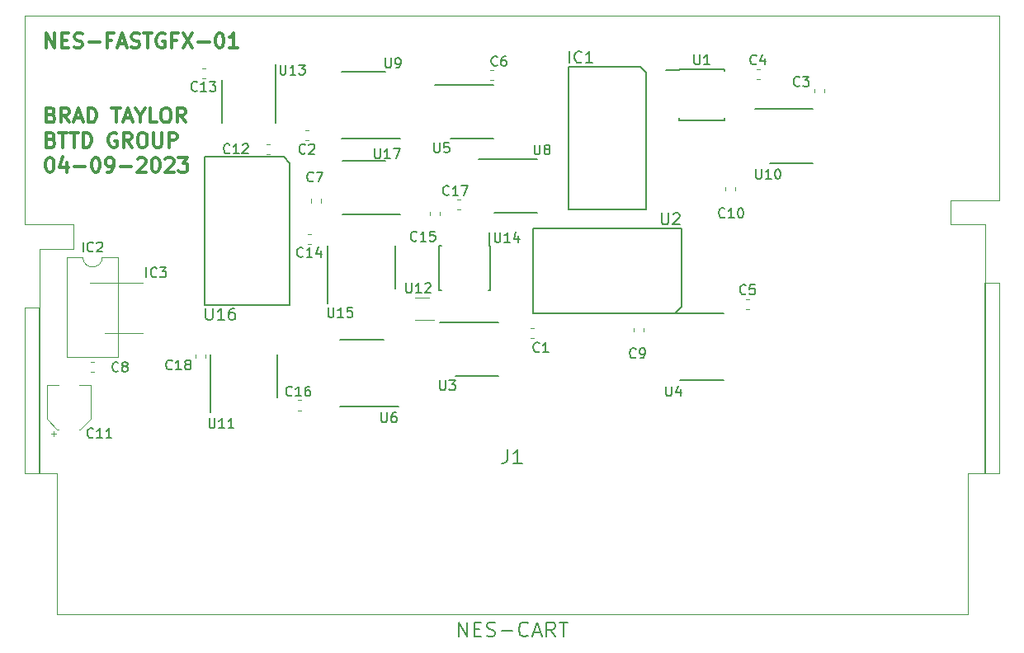
<source format=gbr>
G04 #@! TF.GenerationSoftware,KiCad,Pcbnew,5.1.5+dfsg1-2build2*
G04 #@! TF.CreationDate,2023-04-13T22:50:12-05:00*
G04 #@! TF.ProjectId,cart,63617274-2e6b-4696-9361-645f70636258,rev?*
G04 #@! TF.SameCoordinates,Original*
G04 #@! TF.FileFunction,Legend,Top*
G04 #@! TF.FilePolarity,Positive*
%FSLAX46Y46*%
G04 Gerber Fmt 4.6, Leading zero omitted, Abs format (unit mm)*
G04 Created by KiCad (PCBNEW 5.1.5+dfsg1-2build2) date 2023-04-13 22:50:12*
%MOMM*%
%LPD*%
G04 APERTURE LIST*
%ADD10C,0.100000*%
%ADD11C,0.300000*%
%ADD12C,0.200000*%
%ADD13C,0.150000*%
%ADD14C,0.120000*%
G04 APERTURE END LIST*
D10*
X91650000Y-85900000D02*
X191650000Y-85900000D01*
X91650000Y-107350000D02*
X91650000Y-85900000D01*
X96650000Y-107350000D02*
X91650000Y-107350000D01*
X96650000Y-109850000D02*
X96650000Y-107350000D01*
X93150000Y-109850000D02*
X96650000Y-109850000D01*
X93150000Y-115850000D02*
X93150000Y-109850000D01*
X91650000Y-115850000D02*
X93150000Y-115850000D01*
X91650000Y-132850000D02*
X91650000Y-115850000D01*
X191650000Y-113350000D02*
X191650000Y-132850000D01*
X190150000Y-113350000D02*
X191650000Y-113350000D01*
D11*
X93852142Y-89203571D02*
X93852142Y-87703571D01*
X94709285Y-89203571D01*
X94709285Y-87703571D01*
X95423571Y-88417857D02*
X95923571Y-88417857D01*
X96137857Y-89203571D02*
X95423571Y-89203571D01*
X95423571Y-87703571D01*
X96137857Y-87703571D01*
X96709285Y-89132142D02*
X96923571Y-89203571D01*
X97280714Y-89203571D01*
X97423571Y-89132142D01*
X97495000Y-89060714D01*
X97566428Y-88917857D01*
X97566428Y-88775000D01*
X97495000Y-88632142D01*
X97423571Y-88560714D01*
X97280714Y-88489285D01*
X96995000Y-88417857D01*
X96852142Y-88346428D01*
X96780714Y-88275000D01*
X96709285Y-88132142D01*
X96709285Y-87989285D01*
X96780714Y-87846428D01*
X96852142Y-87775000D01*
X96995000Y-87703571D01*
X97352142Y-87703571D01*
X97566428Y-87775000D01*
X98209285Y-88632142D02*
X99352142Y-88632142D01*
X100566428Y-88417857D02*
X100066428Y-88417857D01*
X100066428Y-89203571D02*
X100066428Y-87703571D01*
X100780714Y-87703571D01*
X101280714Y-88775000D02*
X101995000Y-88775000D01*
X101137857Y-89203571D02*
X101637857Y-87703571D01*
X102137857Y-89203571D01*
X102566428Y-89132142D02*
X102780714Y-89203571D01*
X103137857Y-89203571D01*
X103280714Y-89132142D01*
X103352142Y-89060714D01*
X103423571Y-88917857D01*
X103423571Y-88775000D01*
X103352142Y-88632142D01*
X103280714Y-88560714D01*
X103137857Y-88489285D01*
X102852142Y-88417857D01*
X102709285Y-88346428D01*
X102637857Y-88275000D01*
X102566428Y-88132142D01*
X102566428Y-87989285D01*
X102637857Y-87846428D01*
X102709285Y-87775000D01*
X102852142Y-87703571D01*
X103209285Y-87703571D01*
X103423571Y-87775000D01*
X103852142Y-87703571D02*
X104709285Y-87703571D01*
X104280714Y-89203571D02*
X104280714Y-87703571D01*
X105995000Y-87775000D02*
X105852142Y-87703571D01*
X105637857Y-87703571D01*
X105423571Y-87775000D01*
X105280714Y-87917857D01*
X105209285Y-88060714D01*
X105137857Y-88346428D01*
X105137857Y-88560714D01*
X105209285Y-88846428D01*
X105280714Y-88989285D01*
X105423571Y-89132142D01*
X105637857Y-89203571D01*
X105780714Y-89203571D01*
X105995000Y-89132142D01*
X106066428Y-89060714D01*
X106066428Y-88560714D01*
X105780714Y-88560714D01*
X107209285Y-88417857D02*
X106709285Y-88417857D01*
X106709285Y-89203571D02*
X106709285Y-87703571D01*
X107423571Y-87703571D01*
X107852142Y-87703571D02*
X108852142Y-89203571D01*
X108852142Y-87703571D02*
X107852142Y-89203571D01*
X109423571Y-88632142D02*
X110566428Y-88632142D01*
X111566428Y-87703571D02*
X111709285Y-87703571D01*
X111852142Y-87775000D01*
X111923571Y-87846428D01*
X111995000Y-87989285D01*
X112066428Y-88275000D01*
X112066428Y-88632142D01*
X111995000Y-88917857D01*
X111923571Y-89060714D01*
X111852142Y-89132142D01*
X111709285Y-89203571D01*
X111566428Y-89203571D01*
X111423571Y-89132142D01*
X111352142Y-89060714D01*
X111280714Y-88917857D01*
X111209285Y-88632142D01*
X111209285Y-88275000D01*
X111280714Y-87989285D01*
X111352142Y-87846428D01*
X111423571Y-87775000D01*
X111566428Y-87703571D01*
X113495000Y-89203571D02*
X112637857Y-89203571D01*
X113066428Y-89203571D02*
X113066428Y-87703571D01*
X112923571Y-87917857D01*
X112780714Y-88060714D01*
X112637857Y-88132142D01*
X94352142Y-96067857D02*
X94566428Y-96139285D01*
X94637857Y-96210714D01*
X94709285Y-96353571D01*
X94709285Y-96567857D01*
X94637857Y-96710714D01*
X94566428Y-96782142D01*
X94423571Y-96853571D01*
X93852142Y-96853571D01*
X93852142Y-95353571D01*
X94352142Y-95353571D01*
X94495000Y-95425000D01*
X94566428Y-95496428D01*
X94637857Y-95639285D01*
X94637857Y-95782142D01*
X94566428Y-95925000D01*
X94495000Y-95996428D01*
X94352142Y-96067857D01*
X93852142Y-96067857D01*
X96209285Y-96853571D02*
X95709285Y-96139285D01*
X95352142Y-96853571D02*
X95352142Y-95353571D01*
X95923571Y-95353571D01*
X96066428Y-95425000D01*
X96137857Y-95496428D01*
X96209285Y-95639285D01*
X96209285Y-95853571D01*
X96137857Y-95996428D01*
X96066428Y-96067857D01*
X95923571Y-96139285D01*
X95352142Y-96139285D01*
X96780714Y-96425000D02*
X97495000Y-96425000D01*
X96637857Y-96853571D02*
X97137857Y-95353571D01*
X97637857Y-96853571D01*
X98137857Y-96853571D02*
X98137857Y-95353571D01*
X98495000Y-95353571D01*
X98709285Y-95425000D01*
X98852142Y-95567857D01*
X98923571Y-95710714D01*
X98995000Y-95996428D01*
X98995000Y-96210714D01*
X98923571Y-96496428D01*
X98852142Y-96639285D01*
X98709285Y-96782142D01*
X98495000Y-96853571D01*
X98137857Y-96853571D01*
X100566428Y-95353571D02*
X101423571Y-95353571D01*
X100995000Y-96853571D02*
X100995000Y-95353571D01*
X101852142Y-96425000D02*
X102566428Y-96425000D01*
X101709285Y-96853571D02*
X102209285Y-95353571D01*
X102709285Y-96853571D01*
X103495000Y-96139285D02*
X103495000Y-96853571D01*
X102995000Y-95353571D02*
X103495000Y-96139285D01*
X103995000Y-95353571D01*
X105209285Y-96853571D02*
X104495000Y-96853571D01*
X104495000Y-95353571D01*
X105995000Y-95353571D02*
X106280714Y-95353571D01*
X106423571Y-95425000D01*
X106566428Y-95567857D01*
X106637857Y-95853571D01*
X106637857Y-96353571D01*
X106566428Y-96639285D01*
X106423571Y-96782142D01*
X106280714Y-96853571D01*
X105995000Y-96853571D01*
X105852142Y-96782142D01*
X105709285Y-96639285D01*
X105637857Y-96353571D01*
X105637857Y-95853571D01*
X105709285Y-95567857D01*
X105852142Y-95425000D01*
X105995000Y-95353571D01*
X108137857Y-96853571D02*
X107637857Y-96139285D01*
X107280714Y-96853571D02*
X107280714Y-95353571D01*
X107852142Y-95353571D01*
X107995000Y-95425000D01*
X108066428Y-95496428D01*
X108137857Y-95639285D01*
X108137857Y-95853571D01*
X108066428Y-95996428D01*
X107995000Y-96067857D01*
X107852142Y-96139285D01*
X107280714Y-96139285D01*
X94352142Y-98617857D02*
X94566428Y-98689285D01*
X94637857Y-98760714D01*
X94709285Y-98903571D01*
X94709285Y-99117857D01*
X94637857Y-99260714D01*
X94566428Y-99332142D01*
X94423571Y-99403571D01*
X93852142Y-99403571D01*
X93852142Y-97903571D01*
X94352142Y-97903571D01*
X94495000Y-97975000D01*
X94566428Y-98046428D01*
X94637857Y-98189285D01*
X94637857Y-98332142D01*
X94566428Y-98475000D01*
X94495000Y-98546428D01*
X94352142Y-98617857D01*
X93852142Y-98617857D01*
X95137857Y-97903571D02*
X95995000Y-97903571D01*
X95566428Y-99403571D02*
X95566428Y-97903571D01*
X96280714Y-97903571D02*
X97137857Y-97903571D01*
X96709285Y-99403571D02*
X96709285Y-97903571D01*
X97637857Y-99403571D02*
X97637857Y-97903571D01*
X97995000Y-97903571D01*
X98209285Y-97975000D01*
X98352142Y-98117857D01*
X98423571Y-98260714D01*
X98495000Y-98546428D01*
X98495000Y-98760714D01*
X98423571Y-99046428D01*
X98352142Y-99189285D01*
X98209285Y-99332142D01*
X97995000Y-99403571D01*
X97637857Y-99403571D01*
X101066428Y-97975000D02*
X100923571Y-97903571D01*
X100709285Y-97903571D01*
X100495000Y-97975000D01*
X100352142Y-98117857D01*
X100280714Y-98260714D01*
X100209285Y-98546428D01*
X100209285Y-98760714D01*
X100280714Y-99046428D01*
X100352142Y-99189285D01*
X100495000Y-99332142D01*
X100709285Y-99403571D01*
X100852142Y-99403571D01*
X101066428Y-99332142D01*
X101137857Y-99260714D01*
X101137857Y-98760714D01*
X100852142Y-98760714D01*
X102637857Y-99403571D02*
X102137857Y-98689285D01*
X101780714Y-99403571D02*
X101780714Y-97903571D01*
X102352142Y-97903571D01*
X102495000Y-97975000D01*
X102566428Y-98046428D01*
X102637857Y-98189285D01*
X102637857Y-98403571D01*
X102566428Y-98546428D01*
X102495000Y-98617857D01*
X102352142Y-98689285D01*
X101780714Y-98689285D01*
X103566428Y-97903571D02*
X103852142Y-97903571D01*
X103995000Y-97975000D01*
X104137857Y-98117857D01*
X104209285Y-98403571D01*
X104209285Y-98903571D01*
X104137857Y-99189285D01*
X103995000Y-99332142D01*
X103852142Y-99403571D01*
X103566428Y-99403571D01*
X103423571Y-99332142D01*
X103280714Y-99189285D01*
X103209285Y-98903571D01*
X103209285Y-98403571D01*
X103280714Y-98117857D01*
X103423571Y-97975000D01*
X103566428Y-97903571D01*
X104852142Y-97903571D02*
X104852142Y-99117857D01*
X104923571Y-99260714D01*
X104995000Y-99332142D01*
X105137857Y-99403571D01*
X105423571Y-99403571D01*
X105566428Y-99332142D01*
X105637857Y-99260714D01*
X105709285Y-99117857D01*
X105709285Y-97903571D01*
X106423571Y-99403571D02*
X106423571Y-97903571D01*
X106995000Y-97903571D01*
X107137857Y-97975000D01*
X107209285Y-98046428D01*
X107280714Y-98189285D01*
X107280714Y-98403571D01*
X107209285Y-98546428D01*
X107137857Y-98617857D01*
X106995000Y-98689285D01*
X106423571Y-98689285D01*
X94137857Y-100453571D02*
X94280714Y-100453571D01*
X94423571Y-100525000D01*
X94495000Y-100596428D01*
X94566428Y-100739285D01*
X94637857Y-101025000D01*
X94637857Y-101382142D01*
X94566428Y-101667857D01*
X94495000Y-101810714D01*
X94423571Y-101882142D01*
X94280714Y-101953571D01*
X94137857Y-101953571D01*
X93995000Y-101882142D01*
X93923571Y-101810714D01*
X93852142Y-101667857D01*
X93780714Y-101382142D01*
X93780714Y-101025000D01*
X93852142Y-100739285D01*
X93923571Y-100596428D01*
X93995000Y-100525000D01*
X94137857Y-100453571D01*
X95923571Y-100953571D02*
X95923571Y-101953571D01*
X95566428Y-100382142D02*
X95209285Y-101453571D01*
X96137857Y-101453571D01*
X96709285Y-101382142D02*
X97852142Y-101382142D01*
X98852142Y-100453571D02*
X98995000Y-100453571D01*
X99137857Y-100525000D01*
X99209285Y-100596428D01*
X99280714Y-100739285D01*
X99352142Y-101025000D01*
X99352142Y-101382142D01*
X99280714Y-101667857D01*
X99209285Y-101810714D01*
X99137857Y-101882142D01*
X98995000Y-101953571D01*
X98852142Y-101953571D01*
X98709285Y-101882142D01*
X98637857Y-101810714D01*
X98566428Y-101667857D01*
X98495000Y-101382142D01*
X98495000Y-101025000D01*
X98566428Y-100739285D01*
X98637857Y-100596428D01*
X98709285Y-100525000D01*
X98852142Y-100453571D01*
X100066428Y-101953571D02*
X100352142Y-101953571D01*
X100495000Y-101882142D01*
X100566428Y-101810714D01*
X100709285Y-101596428D01*
X100780714Y-101310714D01*
X100780714Y-100739285D01*
X100709285Y-100596428D01*
X100637857Y-100525000D01*
X100495000Y-100453571D01*
X100209285Y-100453571D01*
X100066428Y-100525000D01*
X99995000Y-100596428D01*
X99923571Y-100739285D01*
X99923571Y-101096428D01*
X99995000Y-101239285D01*
X100066428Y-101310714D01*
X100209285Y-101382142D01*
X100495000Y-101382142D01*
X100637857Y-101310714D01*
X100709285Y-101239285D01*
X100780714Y-101096428D01*
X101423571Y-101382142D02*
X102566428Y-101382142D01*
X103209285Y-100596428D02*
X103280714Y-100525000D01*
X103423571Y-100453571D01*
X103780714Y-100453571D01*
X103923571Y-100525000D01*
X103995000Y-100596428D01*
X104066428Y-100739285D01*
X104066428Y-100882142D01*
X103995000Y-101096428D01*
X103137857Y-101953571D01*
X104066428Y-101953571D01*
X104995000Y-100453571D02*
X105137857Y-100453571D01*
X105280714Y-100525000D01*
X105352142Y-100596428D01*
X105423571Y-100739285D01*
X105495000Y-101025000D01*
X105495000Y-101382142D01*
X105423571Y-101667857D01*
X105352142Y-101810714D01*
X105280714Y-101882142D01*
X105137857Y-101953571D01*
X104995000Y-101953571D01*
X104852142Y-101882142D01*
X104780714Y-101810714D01*
X104709285Y-101667857D01*
X104637857Y-101382142D01*
X104637857Y-101025000D01*
X104709285Y-100739285D01*
X104780714Y-100596428D01*
X104852142Y-100525000D01*
X104995000Y-100453571D01*
X106066428Y-100596428D02*
X106137857Y-100525000D01*
X106280714Y-100453571D01*
X106637857Y-100453571D01*
X106780714Y-100525000D01*
X106852142Y-100596428D01*
X106923571Y-100739285D01*
X106923571Y-100882142D01*
X106852142Y-101096428D01*
X105995000Y-101953571D01*
X106923571Y-101953571D01*
X107423571Y-100453571D02*
X108352142Y-100453571D01*
X107852142Y-101025000D01*
X108066428Y-101025000D01*
X108209285Y-101096428D01*
X108280714Y-101167857D01*
X108352142Y-101310714D01*
X108352142Y-101667857D01*
X108280714Y-101810714D01*
X108209285Y-101882142D01*
X108066428Y-101953571D01*
X107637857Y-101953571D01*
X107495000Y-101882142D01*
X107423571Y-101810714D01*
D10*
X190150000Y-107350000D02*
X190150000Y-113350000D01*
X186650000Y-107350000D02*
X190150000Y-107350000D01*
X186650000Y-104850000D02*
X186650000Y-107350000D01*
X191650000Y-104850000D02*
X186650000Y-104850000D01*
X191650000Y-85900000D02*
X191650000Y-104850000D01*
D12*
X190150000Y-132850000D02*
X190150000Y-113350000D01*
X93150000Y-132850000D02*
X93150000Y-115850000D01*
D10*
X94900000Y-132850000D02*
X91650000Y-132850000D01*
X94900000Y-147350000D02*
X94900000Y-132850000D01*
X188400000Y-147350000D02*
X94900000Y-147350000D01*
X188400000Y-132850000D02*
X188400000Y-147350000D01*
X191650000Y-132850000D02*
X188400000Y-132850000D01*
D13*
X154820000Y-91184502D02*
X147400000Y-91184502D01*
X147390000Y-105790000D02*
X147390000Y-91190000D01*
X147390000Y-105790000D02*
X155411776Y-105784502D01*
X155411776Y-91760000D02*
X155411776Y-105784502D01*
X154820000Y-91184502D02*
X155421776Y-91760000D01*
X139800000Y-106125000D02*
X144200000Y-106125000D01*
X138225000Y-100600000D02*
X144200000Y-100600000D01*
X158370000Y-116440000D02*
X159000000Y-115810000D01*
X143790000Y-116440000D02*
X158340000Y-116440000D01*
X159000000Y-115800000D02*
X159000000Y-107715000D01*
X159000000Y-107715000D02*
X143800000Y-107715000D01*
X143800000Y-107715000D02*
X143800000Y-116440000D01*
D14*
X101800000Y-118460000D02*
X103750000Y-118460000D01*
X101800000Y-118460000D02*
X99850000Y-118460000D01*
X101800000Y-113340000D02*
X103750000Y-113340000D01*
X101800000Y-113340000D02*
X98350000Y-113340000D01*
X98771267Y-121440000D02*
X98428733Y-121440000D01*
X98771267Y-122460000D02*
X98428733Y-122460000D01*
X119971267Y-126410000D02*
X119628733Y-126410000D01*
X119971267Y-125390000D02*
X119628733Y-125390000D01*
D13*
X110650000Y-126650000D02*
X110650000Y-120675000D01*
X117550000Y-125125000D02*
X117550000Y-120675000D01*
X134225000Y-117400000D02*
X140200000Y-117400000D01*
X135800000Y-122925000D02*
X140200000Y-122925000D01*
X128425000Y-119150000D02*
X123975000Y-119150000D01*
X129950000Y-126050000D02*
X123975000Y-126050000D01*
X139300000Y-109475000D02*
X139300000Y-108125000D01*
X134175000Y-109475000D02*
X134175000Y-114125000D01*
X139425000Y-109475000D02*
X139425000Y-114125000D01*
X134175000Y-109475000D02*
X134400000Y-109475000D01*
X134175000Y-114125000D02*
X134400000Y-114125000D01*
X139425000Y-114125000D02*
X139200000Y-114125000D01*
X139425000Y-109475000D02*
X139300000Y-109475000D01*
X118840000Y-101030000D02*
X118210000Y-100400000D01*
X118840000Y-115610000D02*
X118840000Y-101060000D01*
X118200000Y-100400000D02*
X110115000Y-100400000D01*
X110115000Y-100400000D02*
X110115000Y-115600000D01*
X110115000Y-115600000D02*
X118840000Y-115600000D01*
D14*
X143553733Y-119010000D02*
X143896267Y-119010000D01*
X143553733Y-117990000D02*
X143896267Y-117990000D01*
X120746267Y-97690000D02*
X120403733Y-97690000D01*
X120746267Y-98710000D02*
X120403733Y-98710000D01*
X173710000Y-93796267D02*
X173710000Y-93453733D01*
X172690000Y-93796267D02*
X172690000Y-93453733D01*
X166703733Y-92410000D02*
X167046267Y-92410000D01*
X166703733Y-91390000D02*
X167046267Y-91390000D01*
X165628733Y-116010000D02*
X165971267Y-116010000D01*
X165628733Y-114990000D02*
X165971267Y-114990000D01*
X139696267Y-92510000D02*
X139353733Y-92510000D01*
X139696267Y-91490000D02*
X139353733Y-91490000D01*
X122010000Y-105071267D02*
X122010000Y-104728733D01*
X120990000Y-105071267D02*
X120990000Y-104728733D01*
X155110000Y-117953733D02*
X155110000Y-118296267D01*
X154090000Y-117953733D02*
X154090000Y-118296267D01*
X164510000Y-103503733D02*
X164510000Y-103846267D01*
X163490000Y-103503733D02*
X163490000Y-103846267D01*
X98410000Y-123840000D02*
X97210000Y-123840000D01*
X93890000Y-123840000D02*
X95090000Y-123840000D01*
X93890000Y-127295563D02*
X93890000Y-123840000D01*
X98410000Y-127295563D02*
X98410000Y-123840000D01*
X97345563Y-128360000D02*
X97210000Y-128360000D01*
X94954437Y-128360000D02*
X95090000Y-128360000D01*
X94954437Y-128360000D02*
X93890000Y-127295563D01*
X97345563Y-128360000D02*
X98410000Y-127295563D01*
X94590000Y-129100000D02*
X94590000Y-128600000D01*
X94340000Y-128850000D02*
X94840000Y-128850000D01*
X116453733Y-100110000D02*
X116796267Y-100110000D01*
X116453733Y-99090000D02*
X116796267Y-99090000D01*
X109803733Y-91290000D02*
X110146267Y-91290000D01*
X109803733Y-92310000D02*
X110146267Y-92310000D01*
X120996267Y-109310000D02*
X120653733Y-109310000D01*
X120996267Y-108290000D02*
X120653733Y-108290000D01*
X133190000Y-106028733D02*
X133190000Y-106371267D01*
X134210000Y-106028733D02*
X134210000Y-106371267D01*
X136003733Y-104790000D02*
X136346267Y-104790000D01*
X136003733Y-105810000D02*
X136346267Y-105810000D01*
X110210000Y-120653733D02*
X110210000Y-120996267D01*
X109190000Y-120653733D02*
X109190000Y-120996267D01*
X99590000Y-110690000D02*
G75*
G02X97590000Y-110690000I-1000000J0D01*
G01*
X97590000Y-110690000D02*
X95940000Y-110690000D01*
X95940000Y-110690000D02*
X95940000Y-120970000D01*
X95940000Y-120970000D02*
X101240000Y-120970000D01*
X101240000Y-120970000D02*
X101240000Y-110690000D01*
X101240000Y-110690000D02*
X99590000Y-110690000D01*
D13*
X158775000Y-91375000D02*
X158775000Y-91500000D01*
X163425000Y-91375000D02*
X163425000Y-91600000D01*
X163425000Y-96625000D02*
X163425000Y-96400000D01*
X158775000Y-96625000D02*
X158775000Y-96400000D01*
X158775000Y-91375000D02*
X163425000Y-91375000D01*
X158775000Y-96625000D02*
X163425000Y-96625000D01*
X158775000Y-91500000D02*
X157425000Y-91500000D01*
X157350000Y-116450000D02*
X163325000Y-116450000D01*
X158875000Y-123350000D02*
X163325000Y-123350000D01*
X135300000Y-98525000D02*
X139700000Y-98525000D01*
X133725000Y-93000000D02*
X139700000Y-93000000D01*
X128625000Y-91650000D02*
X124175000Y-91650000D01*
X130150000Y-98550000D02*
X124175000Y-98550000D01*
X166525000Y-95500000D02*
X172500000Y-95500000D01*
X168100000Y-101025000D02*
X172500000Y-101025000D01*
D14*
X131700000Y-117160000D02*
X133600000Y-117160000D01*
X133100000Y-114840000D02*
X131700000Y-114840000D01*
D13*
X117400000Y-90925000D02*
X117400000Y-96900000D01*
X111875000Y-92500000D02*
X111875000Y-96900000D01*
X129650000Y-113925000D02*
X129650000Y-109475000D01*
X122750000Y-115450000D02*
X122750000Y-109475000D01*
X128600000Y-100775000D02*
X124200000Y-100775000D01*
X130175000Y-106300000D02*
X124200000Y-106300000D01*
X147528571Y-90742857D02*
X147528571Y-89542857D01*
X148785714Y-90628571D02*
X148728571Y-90685714D01*
X148557142Y-90742857D01*
X148442857Y-90742857D01*
X148271428Y-90685714D01*
X148157142Y-90571428D01*
X148100000Y-90457142D01*
X148042857Y-90228571D01*
X148042857Y-90057142D01*
X148100000Y-89828571D01*
X148157142Y-89714285D01*
X148271428Y-89600000D01*
X148442857Y-89542857D01*
X148557142Y-89542857D01*
X148728571Y-89600000D01*
X148785714Y-89657142D01*
X149928571Y-90742857D02*
X149242857Y-90742857D01*
X149585714Y-90742857D02*
X149585714Y-89542857D01*
X149471428Y-89714285D01*
X149357142Y-89828571D01*
X149242857Y-89885714D01*
X143938095Y-99152380D02*
X143938095Y-99961904D01*
X143985714Y-100057142D01*
X144033333Y-100104761D01*
X144128571Y-100152380D01*
X144319047Y-100152380D01*
X144414285Y-100104761D01*
X144461904Y-100057142D01*
X144509523Y-99961904D01*
X144509523Y-99152380D01*
X145128571Y-99580952D02*
X145033333Y-99533333D01*
X144985714Y-99485714D01*
X144938095Y-99390476D01*
X144938095Y-99342857D01*
X144985714Y-99247619D01*
X145033333Y-99200000D01*
X145128571Y-99152380D01*
X145319047Y-99152380D01*
X145414285Y-99200000D01*
X145461904Y-99247619D01*
X145509523Y-99342857D01*
X145509523Y-99390476D01*
X145461904Y-99485714D01*
X145414285Y-99533333D01*
X145319047Y-99580952D01*
X145128571Y-99580952D01*
X145033333Y-99628571D01*
X144985714Y-99676190D01*
X144938095Y-99771428D01*
X144938095Y-99961904D01*
X144985714Y-100057142D01*
X145033333Y-100104761D01*
X145128571Y-100152380D01*
X145319047Y-100152380D01*
X145414285Y-100104761D01*
X145461904Y-100057142D01*
X145509523Y-99961904D01*
X145509523Y-99771428D01*
X145461904Y-99676190D01*
X145414285Y-99628571D01*
X145319047Y-99580952D01*
X156985714Y-106142857D02*
X156985714Y-107114285D01*
X157042857Y-107228571D01*
X157100000Y-107285714D01*
X157214285Y-107342857D01*
X157442857Y-107342857D01*
X157557142Y-107285714D01*
X157614285Y-107228571D01*
X157671428Y-107114285D01*
X157671428Y-106142857D01*
X158185714Y-106257142D02*
X158242857Y-106200000D01*
X158357142Y-106142857D01*
X158642857Y-106142857D01*
X158757142Y-106200000D01*
X158814285Y-106257142D01*
X158871428Y-106371428D01*
X158871428Y-106485714D01*
X158814285Y-106657142D01*
X158128571Y-107342857D01*
X158871428Y-107342857D01*
X104123809Y-112752380D02*
X104123809Y-111752380D01*
X105171428Y-112657142D02*
X105123809Y-112704761D01*
X104980952Y-112752380D01*
X104885714Y-112752380D01*
X104742857Y-112704761D01*
X104647619Y-112609523D01*
X104600000Y-112514285D01*
X104552380Y-112323809D01*
X104552380Y-112180952D01*
X104600000Y-111990476D01*
X104647619Y-111895238D01*
X104742857Y-111800000D01*
X104885714Y-111752380D01*
X104980952Y-111752380D01*
X105123809Y-111800000D01*
X105171428Y-111847619D01*
X105504761Y-111752380D02*
X106123809Y-111752380D01*
X105790476Y-112133333D01*
X105933333Y-112133333D01*
X106028571Y-112180952D01*
X106076190Y-112228571D01*
X106123809Y-112323809D01*
X106123809Y-112561904D01*
X106076190Y-112657142D01*
X106028571Y-112704761D01*
X105933333Y-112752380D01*
X105647619Y-112752380D01*
X105552380Y-112704761D01*
X105504761Y-112657142D01*
X101233333Y-122357142D02*
X101185714Y-122404761D01*
X101042857Y-122452380D01*
X100947619Y-122452380D01*
X100804761Y-122404761D01*
X100709523Y-122309523D01*
X100661904Y-122214285D01*
X100614285Y-122023809D01*
X100614285Y-121880952D01*
X100661904Y-121690476D01*
X100709523Y-121595238D01*
X100804761Y-121500000D01*
X100947619Y-121452380D01*
X101042857Y-121452380D01*
X101185714Y-121500000D01*
X101233333Y-121547619D01*
X101804761Y-121880952D02*
X101709523Y-121833333D01*
X101661904Y-121785714D01*
X101614285Y-121690476D01*
X101614285Y-121642857D01*
X101661904Y-121547619D01*
X101709523Y-121500000D01*
X101804761Y-121452380D01*
X101995238Y-121452380D01*
X102090476Y-121500000D01*
X102138095Y-121547619D01*
X102185714Y-121642857D01*
X102185714Y-121690476D01*
X102138095Y-121785714D01*
X102090476Y-121833333D01*
X101995238Y-121880952D01*
X101804761Y-121880952D01*
X101709523Y-121928571D01*
X101661904Y-121976190D01*
X101614285Y-122071428D01*
X101614285Y-122261904D01*
X101661904Y-122357142D01*
X101709523Y-122404761D01*
X101804761Y-122452380D01*
X101995238Y-122452380D01*
X102090476Y-122404761D01*
X102138095Y-122357142D01*
X102185714Y-122261904D01*
X102185714Y-122071428D01*
X102138095Y-121976190D01*
X102090476Y-121928571D01*
X101995238Y-121880952D01*
X119057142Y-124857142D02*
X119009523Y-124904761D01*
X118866666Y-124952380D01*
X118771428Y-124952380D01*
X118628571Y-124904761D01*
X118533333Y-124809523D01*
X118485714Y-124714285D01*
X118438095Y-124523809D01*
X118438095Y-124380952D01*
X118485714Y-124190476D01*
X118533333Y-124095238D01*
X118628571Y-124000000D01*
X118771428Y-123952380D01*
X118866666Y-123952380D01*
X119009523Y-124000000D01*
X119057142Y-124047619D01*
X120009523Y-124952380D02*
X119438095Y-124952380D01*
X119723809Y-124952380D02*
X119723809Y-123952380D01*
X119628571Y-124095238D01*
X119533333Y-124190476D01*
X119438095Y-124238095D01*
X120866666Y-123952380D02*
X120676190Y-123952380D01*
X120580952Y-124000000D01*
X120533333Y-124047619D01*
X120438095Y-124190476D01*
X120390476Y-124380952D01*
X120390476Y-124761904D01*
X120438095Y-124857142D01*
X120485714Y-124904761D01*
X120580952Y-124952380D01*
X120771428Y-124952380D01*
X120866666Y-124904761D01*
X120914285Y-124857142D01*
X120961904Y-124761904D01*
X120961904Y-124523809D01*
X120914285Y-124428571D01*
X120866666Y-124380952D01*
X120771428Y-124333333D01*
X120580952Y-124333333D01*
X120485714Y-124380952D01*
X120438095Y-124428571D01*
X120390476Y-124523809D01*
X110561904Y-127252380D02*
X110561904Y-128061904D01*
X110609523Y-128157142D01*
X110657142Y-128204761D01*
X110752380Y-128252380D01*
X110942857Y-128252380D01*
X111038095Y-128204761D01*
X111085714Y-128157142D01*
X111133333Y-128061904D01*
X111133333Y-127252380D01*
X112133333Y-128252380D02*
X111561904Y-128252380D01*
X111847619Y-128252380D02*
X111847619Y-127252380D01*
X111752380Y-127395238D01*
X111657142Y-127490476D01*
X111561904Y-127538095D01*
X113085714Y-128252380D02*
X112514285Y-128252380D01*
X112800000Y-128252380D02*
X112800000Y-127252380D01*
X112704761Y-127395238D01*
X112609523Y-127490476D01*
X112514285Y-127538095D01*
X134238095Y-123352380D02*
X134238095Y-124161904D01*
X134285714Y-124257142D01*
X134333333Y-124304761D01*
X134428571Y-124352380D01*
X134619047Y-124352380D01*
X134714285Y-124304761D01*
X134761904Y-124257142D01*
X134809523Y-124161904D01*
X134809523Y-123352380D01*
X135190476Y-123352380D02*
X135809523Y-123352380D01*
X135476190Y-123733333D01*
X135619047Y-123733333D01*
X135714285Y-123780952D01*
X135761904Y-123828571D01*
X135809523Y-123923809D01*
X135809523Y-124161904D01*
X135761904Y-124257142D01*
X135714285Y-124304761D01*
X135619047Y-124352380D01*
X135333333Y-124352380D01*
X135238095Y-124304761D01*
X135190476Y-124257142D01*
X128238095Y-126652380D02*
X128238095Y-127461904D01*
X128285714Y-127557142D01*
X128333333Y-127604761D01*
X128428571Y-127652380D01*
X128619047Y-127652380D01*
X128714285Y-127604761D01*
X128761904Y-127557142D01*
X128809523Y-127461904D01*
X128809523Y-126652380D01*
X129714285Y-126652380D02*
X129523809Y-126652380D01*
X129428571Y-126700000D01*
X129380952Y-126747619D01*
X129285714Y-126890476D01*
X129238095Y-127080952D01*
X129238095Y-127461904D01*
X129285714Y-127557142D01*
X129333333Y-127604761D01*
X129428571Y-127652380D01*
X129619047Y-127652380D01*
X129714285Y-127604761D01*
X129761904Y-127557142D01*
X129809523Y-127461904D01*
X129809523Y-127223809D01*
X129761904Y-127128571D01*
X129714285Y-127080952D01*
X129619047Y-127033333D01*
X129428571Y-127033333D01*
X129333333Y-127080952D01*
X129285714Y-127128571D01*
X129238095Y-127223809D01*
X139861904Y-108152380D02*
X139861904Y-108961904D01*
X139909523Y-109057142D01*
X139957142Y-109104761D01*
X140052380Y-109152380D01*
X140242857Y-109152380D01*
X140338095Y-109104761D01*
X140385714Y-109057142D01*
X140433333Y-108961904D01*
X140433333Y-108152380D01*
X141433333Y-109152380D02*
X140861904Y-109152380D01*
X141147619Y-109152380D02*
X141147619Y-108152380D01*
X141052380Y-108295238D01*
X140957142Y-108390476D01*
X140861904Y-108438095D01*
X142290476Y-108485714D02*
X142290476Y-109152380D01*
X142052380Y-108104761D02*
X141814285Y-108819047D01*
X142433333Y-108819047D01*
X110214285Y-115942857D02*
X110214285Y-116914285D01*
X110271428Y-117028571D01*
X110328571Y-117085714D01*
X110442857Y-117142857D01*
X110671428Y-117142857D01*
X110785714Y-117085714D01*
X110842857Y-117028571D01*
X110900000Y-116914285D01*
X110900000Y-115942857D01*
X112100000Y-117142857D02*
X111414285Y-117142857D01*
X111757142Y-117142857D02*
X111757142Y-115942857D01*
X111642857Y-116114285D01*
X111528571Y-116228571D01*
X111414285Y-116285714D01*
X113128571Y-115942857D02*
X112900000Y-115942857D01*
X112785714Y-116000000D01*
X112728571Y-116057142D01*
X112614285Y-116228571D01*
X112557142Y-116457142D01*
X112557142Y-116914285D01*
X112614285Y-117028571D01*
X112671428Y-117085714D01*
X112785714Y-117142857D01*
X113014285Y-117142857D01*
X113128571Y-117085714D01*
X113185714Y-117028571D01*
X113242857Y-116914285D01*
X113242857Y-116628571D01*
X113185714Y-116514285D01*
X113128571Y-116457142D01*
X113014285Y-116400000D01*
X112785714Y-116400000D01*
X112671428Y-116457142D01*
X112614285Y-116514285D01*
X112557142Y-116628571D01*
X141150000Y-130388571D02*
X141150000Y-131460000D01*
X141078571Y-131674285D01*
X140935714Y-131817142D01*
X140721428Y-131888571D01*
X140578571Y-131888571D01*
X142650000Y-131888571D02*
X141792857Y-131888571D01*
X142221428Y-131888571D02*
X142221428Y-130388571D01*
X142078571Y-130602857D01*
X141935714Y-130745714D01*
X141792857Y-130817142D01*
X136185714Y-149668571D02*
X136185714Y-148168571D01*
X137042857Y-149668571D01*
X137042857Y-148168571D01*
X137757142Y-148882857D02*
X138257142Y-148882857D01*
X138471428Y-149668571D02*
X137757142Y-149668571D01*
X137757142Y-148168571D01*
X138471428Y-148168571D01*
X139042857Y-149597142D02*
X139257142Y-149668571D01*
X139614285Y-149668571D01*
X139757142Y-149597142D01*
X139828571Y-149525714D01*
X139900000Y-149382857D01*
X139900000Y-149240000D01*
X139828571Y-149097142D01*
X139757142Y-149025714D01*
X139614285Y-148954285D01*
X139328571Y-148882857D01*
X139185714Y-148811428D01*
X139114285Y-148740000D01*
X139042857Y-148597142D01*
X139042857Y-148454285D01*
X139114285Y-148311428D01*
X139185714Y-148240000D01*
X139328571Y-148168571D01*
X139685714Y-148168571D01*
X139900000Y-148240000D01*
X140542857Y-149097142D02*
X141685714Y-149097142D01*
X143257142Y-149525714D02*
X143185714Y-149597142D01*
X142971428Y-149668571D01*
X142828571Y-149668571D01*
X142614285Y-149597142D01*
X142471428Y-149454285D01*
X142400000Y-149311428D01*
X142328571Y-149025714D01*
X142328571Y-148811428D01*
X142400000Y-148525714D01*
X142471428Y-148382857D01*
X142614285Y-148240000D01*
X142828571Y-148168571D01*
X142971428Y-148168571D01*
X143185714Y-148240000D01*
X143257142Y-148311428D01*
X143828571Y-149240000D02*
X144542857Y-149240000D01*
X143685714Y-149668571D02*
X144185714Y-148168571D01*
X144685714Y-149668571D01*
X146042857Y-149668571D02*
X145542857Y-148954285D01*
X145185714Y-149668571D02*
X145185714Y-148168571D01*
X145757142Y-148168571D01*
X145900000Y-148240000D01*
X145971428Y-148311428D01*
X146042857Y-148454285D01*
X146042857Y-148668571D01*
X145971428Y-148811428D01*
X145900000Y-148882857D01*
X145757142Y-148954285D01*
X145185714Y-148954285D01*
X146471428Y-148168571D02*
X147328571Y-148168571D01*
X146900000Y-149668571D02*
X146900000Y-148168571D01*
X144433333Y-120357142D02*
X144385714Y-120404761D01*
X144242857Y-120452380D01*
X144147619Y-120452380D01*
X144004761Y-120404761D01*
X143909523Y-120309523D01*
X143861904Y-120214285D01*
X143814285Y-120023809D01*
X143814285Y-119880952D01*
X143861904Y-119690476D01*
X143909523Y-119595238D01*
X144004761Y-119500000D01*
X144147619Y-119452380D01*
X144242857Y-119452380D01*
X144385714Y-119500000D01*
X144433333Y-119547619D01*
X145385714Y-120452380D02*
X144814285Y-120452380D01*
X145100000Y-120452380D02*
X145100000Y-119452380D01*
X145004761Y-119595238D01*
X144909523Y-119690476D01*
X144814285Y-119738095D01*
X120408333Y-99987142D02*
X120360714Y-100034761D01*
X120217857Y-100082380D01*
X120122619Y-100082380D01*
X119979761Y-100034761D01*
X119884523Y-99939523D01*
X119836904Y-99844285D01*
X119789285Y-99653809D01*
X119789285Y-99510952D01*
X119836904Y-99320476D01*
X119884523Y-99225238D01*
X119979761Y-99130000D01*
X120122619Y-99082380D01*
X120217857Y-99082380D01*
X120360714Y-99130000D01*
X120408333Y-99177619D01*
X120789285Y-99177619D02*
X120836904Y-99130000D01*
X120932142Y-99082380D01*
X121170238Y-99082380D01*
X121265476Y-99130000D01*
X121313095Y-99177619D01*
X121360714Y-99272857D01*
X121360714Y-99368095D01*
X121313095Y-99510952D01*
X120741666Y-100082380D01*
X121360714Y-100082380D01*
X171133333Y-93057142D02*
X171085714Y-93104761D01*
X170942857Y-93152380D01*
X170847619Y-93152380D01*
X170704761Y-93104761D01*
X170609523Y-93009523D01*
X170561904Y-92914285D01*
X170514285Y-92723809D01*
X170514285Y-92580952D01*
X170561904Y-92390476D01*
X170609523Y-92295238D01*
X170704761Y-92200000D01*
X170847619Y-92152380D01*
X170942857Y-92152380D01*
X171085714Y-92200000D01*
X171133333Y-92247619D01*
X171466666Y-92152380D02*
X172085714Y-92152380D01*
X171752380Y-92533333D01*
X171895238Y-92533333D01*
X171990476Y-92580952D01*
X172038095Y-92628571D01*
X172085714Y-92723809D01*
X172085714Y-92961904D01*
X172038095Y-93057142D01*
X171990476Y-93104761D01*
X171895238Y-93152380D01*
X171609523Y-93152380D01*
X171514285Y-93104761D01*
X171466666Y-93057142D01*
X166708333Y-90827142D02*
X166660714Y-90874761D01*
X166517857Y-90922380D01*
X166422619Y-90922380D01*
X166279761Y-90874761D01*
X166184523Y-90779523D01*
X166136904Y-90684285D01*
X166089285Y-90493809D01*
X166089285Y-90350952D01*
X166136904Y-90160476D01*
X166184523Y-90065238D01*
X166279761Y-89970000D01*
X166422619Y-89922380D01*
X166517857Y-89922380D01*
X166660714Y-89970000D01*
X166708333Y-90017619D01*
X167565476Y-90255714D02*
X167565476Y-90922380D01*
X167327380Y-89874761D02*
X167089285Y-90589047D01*
X167708333Y-90589047D01*
X165633333Y-114427142D02*
X165585714Y-114474761D01*
X165442857Y-114522380D01*
X165347619Y-114522380D01*
X165204761Y-114474761D01*
X165109523Y-114379523D01*
X165061904Y-114284285D01*
X165014285Y-114093809D01*
X165014285Y-113950952D01*
X165061904Y-113760476D01*
X165109523Y-113665238D01*
X165204761Y-113570000D01*
X165347619Y-113522380D01*
X165442857Y-113522380D01*
X165585714Y-113570000D01*
X165633333Y-113617619D01*
X166538095Y-113522380D02*
X166061904Y-113522380D01*
X166014285Y-113998571D01*
X166061904Y-113950952D01*
X166157142Y-113903333D01*
X166395238Y-113903333D01*
X166490476Y-113950952D01*
X166538095Y-113998571D01*
X166585714Y-114093809D01*
X166585714Y-114331904D01*
X166538095Y-114427142D01*
X166490476Y-114474761D01*
X166395238Y-114522380D01*
X166157142Y-114522380D01*
X166061904Y-114474761D01*
X166014285Y-114427142D01*
X140133333Y-90957142D02*
X140085714Y-91004761D01*
X139942857Y-91052380D01*
X139847619Y-91052380D01*
X139704761Y-91004761D01*
X139609523Y-90909523D01*
X139561904Y-90814285D01*
X139514285Y-90623809D01*
X139514285Y-90480952D01*
X139561904Y-90290476D01*
X139609523Y-90195238D01*
X139704761Y-90100000D01*
X139847619Y-90052380D01*
X139942857Y-90052380D01*
X140085714Y-90100000D01*
X140133333Y-90147619D01*
X140990476Y-90052380D02*
X140800000Y-90052380D01*
X140704761Y-90100000D01*
X140657142Y-90147619D01*
X140561904Y-90290476D01*
X140514285Y-90480952D01*
X140514285Y-90861904D01*
X140561904Y-90957142D01*
X140609523Y-91004761D01*
X140704761Y-91052380D01*
X140895238Y-91052380D01*
X140990476Y-91004761D01*
X141038095Y-90957142D01*
X141085714Y-90861904D01*
X141085714Y-90623809D01*
X141038095Y-90528571D01*
X140990476Y-90480952D01*
X140895238Y-90433333D01*
X140704761Y-90433333D01*
X140609523Y-90480952D01*
X140561904Y-90528571D01*
X140514285Y-90623809D01*
X121233333Y-102857142D02*
X121185714Y-102904761D01*
X121042857Y-102952380D01*
X120947619Y-102952380D01*
X120804761Y-102904761D01*
X120709523Y-102809523D01*
X120661904Y-102714285D01*
X120614285Y-102523809D01*
X120614285Y-102380952D01*
X120661904Y-102190476D01*
X120709523Y-102095238D01*
X120804761Y-102000000D01*
X120947619Y-101952380D01*
X121042857Y-101952380D01*
X121185714Y-102000000D01*
X121233333Y-102047619D01*
X121566666Y-101952380D02*
X122233333Y-101952380D01*
X121804761Y-102952380D01*
X154333333Y-120957142D02*
X154285714Y-121004761D01*
X154142857Y-121052380D01*
X154047619Y-121052380D01*
X153904761Y-121004761D01*
X153809523Y-120909523D01*
X153761904Y-120814285D01*
X153714285Y-120623809D01*
X153714285Y-120480952D01*
X153761904Y-120290476D01*
X153809523Y-120195238D01*
X153904761Y-120100000D01*
X154047619Y-120052380D01*
X154142857Y-120052380D01*
X154285714Y-120100000D01*
X154333333Y-120147619D01*
X154809523Y-121052380D02*
X155000000Y-121052380D01*
X155095238Y-121004761D01*
X155142857Y-120957142D01*
X155238095Y-120814285D01*
X155285714Y-120623809D01*
X155285714Y-120242857D01*
X155238095Y-120147619D01*
X155190476Y-120100000D01*
X155095238Y-120052380D01*
X154904761Y-120052380D01*
X154809523Y-120100000D01*
X154761904Y-120147619D01*
X154714285Y-120242857D01*
X154714285Y-120480952D01*
X154761904Y-120576190D01*
X154809523Y-120623809D01*
X154904761Y-120671428D01*
X155095238Y-120671428D01*
X155190476Y-120623809D01*
X155238095Y-120576190D01*
X155285714Y-120480952D01*
X163457142Y-106557142D02*
X163409523Y-106604761D01*
X163266666Y-106652380D01*
X163171428Y-106652380D01*
X163028571Y-106604761D01*
X162933333Y-106509523D01*
X162885714Y-106414285D01*
X162838095Y-106223809D01*
X162838095Y-106080952D01*
X162885714Y-105890476D01*
X162933333Y-105795238D01*
X163028571Y-105700000D01*
X163171428Y-105652380D01*
X163266666Y-105652380D01*
X163409523Y-105700000D01*
X163457142Y-105747619D01*
X164409523Y-106652380D02*
X163838095Y-106652380D01*
X164123809Y-106652380D02*
X164123809Y-105652380D01*
X164028571Y-105795238D01*
X163933333Y-105890476D01*
X163838095Y-105938095D01*
X165028571Y-105652380D02*
X165123809Y-105652380D01*
X165219047Y-105700000D01*
X165266666Y-105747619D01*
X165314285Y-105842857D01*
X165361904Y-106033333D01*
X165361904Y-106271428D01*
X165314285Y-106461904D01*
X165266666Y-106557142D01*
X165219047Y-106604761D01*
X165123809Y-106652380D01*
X165028571Y-106652380D01*
X164933333Y-106604761D01*
X164885714Y-106557142D01*
X164838095Y-106461904D01*
X164790476Y-106271428D01*
X164790476Y-106033333D01*
X164838095Y-105842857D01*
X164885714Y-105747619D01*
X164933333Y-105700000D01*
X165028571Y-105652380D01*
X98657142Y-129157142D02*
X98609523Y-129204761D01*
X98466666Y-129252380D01*
X98371428Y-129252380D01*
X98228571Y-129204761D01*
X98133333Y-129109523D01*
X98085714Y-129014285D01*
X98038095Y-128823809D01*
X98038095Y-128680952D01*
X98085714Y-128490476D01*
X98133333Y-128395238D01*
X98228571Y-128300000D01*
X98371428Y-128252380D01*
X98466666Y-128252380D01*
X98609523Y-128300000D01*
X98657142Y-128347619D01*
X99609523Y-129252380D02*
X99038095Y-129252380D01*
X99323809Y-129252380D02*
X99323809Y-128252380D01*
X99228571Y-128395238D01*
X99133333Y-128490476D01*
X99038095Y-128538095D01*
X100561904Y-129252380D02*
X99990476Y-129252380D01*
X100276190Y-129252380D02*
X100276190Y-128252380D01*
X100180952Y-128395238D01*
X100085714Y-128490476D01*
X99990476Y-128538095D01*
X112657142Y-99957142D02*
X112609523Y-100004761D01*
X112466666Y-100052380D01*
X112371428Y-100052380D01*
X112228571Y-100004761D01*
X112133333Y-99909523D01*
X112085714Y-99814285D01*
X112038095Y-99623809D01*
X112038095Y-99480952D01*
X112085714Y-99290476D01*
X112133333Y-99195238D01*
X112228571Y-99100000D01*
X112371428Y-99052380D01*
X112466666Y-99052380D01*
X112609523Y-99100000D01*
X112657142Y-99147619D01*
X113609523Y-100052380D02*
X113038095Y-100052380D01*
X113323809Y-100052380D02*
X113323809Y-99052380D01*
X113228571Y-99195238D01*
X113133333Y-99290476D01*
X113038095Y-99338095D01*
X113990476Y-99147619D02*
X114038095Y-99100000D01*
X114133333Y-99052380D01*
X114371428Y-99052380D01*
X114466666Y-99100000D01*
X114514285Y-99147619D01*
X114561904Y-99242857D01*
X114561904Y-99338095D01*
X114514285Y-99480952D01*
X113942857Y-100052380D01*
X114561904Y-100052380D01*
X109332142Y-93557142D02*
X109284523Y-93604761D01*
X109141666Y-93652380D01*
X109046428Y-93652380D01*
X108903571Y-93604761D01*
X108808333Y-93509523D01*
X108760714Y-93414285D01*
X108713095Y-93223809D01*
X108713095Y-93080952D01*
X108760714Y-92890476D01*
X108808333Y-92795238D01*
X108903571Y-92700000D01*
X109046428Y-92652380D01*
X109141666Y-92652380D01*
X109284523Y-92700000D01*
X109332142Y-92747619D01*
X110284523Y-93652380D02*
X109713095Y-93652380D01*
X109998809Y-93652380D02*
X109998809Y-92652380D01*
X109903571Y-92795238D01*
X109808333Y-92890476D01*
X109713095Y-92938095D01*
X110617857Y-92652380D02*
X111236904Y-92652380D01*
X110903571Y-93033333D01*
X111046428Y-93033333D01*
X111141666Y-93080952D01*
X111189285Y-93128571D01*
X111236904Y-93223809D01*
X111236904Y-93461904D01*
X111189285Y-93557142D01*
X111141666Y-93604761D01*
X111046428Y-93652380D01*
X110760714Y-93652380D01*
X110665476Y-93604761D01*
X110617857Y-93557142D01*
X120182142Y-110587142D02*
X120134523Y-110634761D01*
X119991666Y-110682380D01*
X119896428Y-110682380D01*
X119753571Y-110634761D01*
X119658333Y-110539523D01*
X119610714Y-110444285D01*
X119563095Y-110253809D01*
X119563095Y-110110952D01*
X119610714Y-109920476D01*
X119658333Y-109825238D01*
X119753571Y-109730000D01*
X119896428Y-109682380D01*
X119991666Y-109682380D01*
X120134523Y-109730000D01*
X120182142Y-109777619D01*
X121134523Y-110682380D02*
X120563095Y-110682380D01*
X120848809Y-110682380D02*
X120848809Y-109682380D01*
X120753571Y-109825238D01*
X120658333Y-109920476D01*
X120563095Y-109968095D01*
X121991666Y-110015714D02*
X121991666Y-110682380D01*
X121753571Y-109634761D02*
X121515476Y-110349047D01*
X122134523Y-110349047D01*
X131857142Y-108957142D02*
X131809523Y-109004761D01*
X131666666Y-109052380D01*
X131571428Y-109052380D01*
X131428571Y-109004761D01*
X131333333Y-108909523D01*
X131285714Y-108814285D01*
X131238095Y-108623809D01*
X131238095Y-108480952D01*
X131285714Y-108290476D01*
X131333333Y-108195238D01*
X131428571Y-108100000D01*
X131571428Y-108052380D01*
X131666666Y-108052380D01*
X131809523Y-108100000D01*
X131857142Y-108147619D01*
X132809523Y-109052380D02*
X132238095Y-109052380D01*
X132523809Y-109052380D02*
X132523809Y-108052380D01*
X132428571Y-108195238D01*
X132333333Y-108290476D01*
X132238095Y-108338095D01*
X133714285Y-108052380D02*
X133238095Y-108052380D01*
X133190476Y-108528571D01*
X133238095Y-108480952D01*
X133333333Y-108433333D01*
X133571428Y-108433333D01*
X133666666Y-108480952D01*
X133714285Y-108528571D01*
X133761904Y-108623809D01*
X133761904Y-108861904D01*
X133714285Y-108957142D01*
X133666666Y-109004761D01*
X133571428Y-109052380D01*
X133333333Y-109052380D01*
X133238095Y-109004761D01*
X133190476Y-108957142D01*
X135157142Y-104257142D02*
X135109523Y-104304761D01*
X134966666Y-104352380D01*
X134871428Y-104352380D01*
X134728571Y-104304761D01*
X134633333Y-104209523D01*
X134585714Y-104114285D01*
X134538095Y-103923809D01*
X134538095Y-103780952D01*
X134585714Y-103590476D01*
X134633333Y-103495238D01*
X134728571Y-103400000D01*
X134871428Y-103352380D01*
X134966666Y-103352380D01*
X135109523Y-103400000D01*
X135157142Y-103447619D01*
X136109523Y-104352380D02*
X135538095Y-104352380D01*
X135823809Y-104352380D02*
X135823809Y-103352380D01*
X135728571Y-103495238D01*
X135633333Y-103590476D01*
X135538095Y-103638095D01*
X136442857Y-103352380D02*
X137109523Y-103352380D01*
X136680952Y-104352380D01*
X106757142Y-122157142D02*
X106709523Y-122204761D01*
X106566666Y-122252380D01*
X106471428Y-122252380D01*
X106328571Y-122204761D01*
X106233333Y-122109523D01*
X106185714Y-122014285D01*
X106138095Y-121823809D01*
X106138095Y-121680952D01*
X106185714Y-121490476D01*
X106233333Y-121395238D01*
X106328571Y-121300000D01*
X106471428Y-121252380D01*
X106566666Y-121252380D01*
X106709523Y-121300000D01*
X106757142Y-121347619D01*
X107709523Y-122252380D02*
X107138095Y-122252380D01*
X107423809Y-122252380D02*
X107423809Y-121252380D01*
X107328571Y-121395238D01*
X107233333Y-121490476D01*
X107138095Y-121538095D01*
X108280952Y-121680952D02*
X108185714Y-121633333D01*
X108138095Y-121585714D01*
X108090476Y-121490476D01*
X108090476Y-121442857D01*
X108138095Y-121347619D01*
X108185714Y-121300000D01*
X108280952Y-121252380D01*
X108471428Y-121252380D01*
X108566666Y-121300000D01*
X108614285Y-121347619D01*
X108661904Y-121442857D01*
X108661904Y-121490476D01*
X108614285Y-121585714D01*
X108566666Y-121633333D01*
X108471428Y-121680952D01*
X108280952Y-121680952D01*
X108185714Y-121728571D01*
X108138095Y-121776190D01*
X108090476Y-121871428D01*
X108090476Y-122061904D01*
X108138095Y-122157142D01*
X108185714Y-122204761D01*
X108280952Y-122252380D01*
X108471428Y-122252380D01*
X108566666Y-122204761D01*
X108614285Y-122157142D01*
X108661904Y-122061904D01*
X108661904Y-121871428D01*
X108614285Y-121776190D01*
X108566666Y-121728571D01*
X108471428Y-121680952D01*
X97613809Y-110142380D02*
X97613809Y-109142380D01*
X98661428Y-110047142D02*
X98613809Y-110094761D01*
X98470952Y-110142380D01*
X98375714Y-110142380D01*
X98232857Y-110094761D01*
X98137619Y-109999523D01*
X98090000Y-109904285D01*
X98042380Y-109713809D01*
X98042380Y-109570952D01*
X98090000Y-109380476D01*
X98137619Y-109285238D01*
X98232857Y-109190000D01*
X98375714Y-109142380D01*
X98470952Y-109142380D01*
X98613809Y-109190000D01*
X98661428Y-109237619D01*
X99042380Y-109237619D02*
X99090000Y-109190000D01*
X99185238Y-109142380D01*
X99423333Y-109142380D01*
X99518571Y-109190000D01*
X99566190Y-109237619D01*
X99613809Y-109332857D01*
X99613809Y-109428095D01*
X99566190Y-109570952D01*
X98994761Y-110142380D01*
X99613809Y-110142380D01*
X160338095Y-89902380D02*
X160338095Y-90711904D01*
X160385714Y-90807142D01*
X160433333Y-90854761D01*
X160528571Y-90902380D01*
X160719047Y-90902380D01*
X160814285Y-90854761D01*
X160861904Y-90807142D01*
X160909523Y-90711904D01*
X160909523Y-89902380D01*
X161909523Y-90902380D02*
X161338095Y-90902380D01*
X161623809Y-90902380D02*
X161623809Y-89902380D01*
X161528571Y-90045238D01*
X161433333Y-90140476D01*
X161338095Y-90188095D01*
X157438095Y-123952380D02*
X157438095Y-124761904D01*
X157485714Y-124857142D01*
X157533333Y-124904761D01*
X157628571Y-124952380D01*
X157819047Y-124952380D01*
X157914285Y-124904761D01*
X157961904Y-124857142D01*
X158009523Y-124761904D01*
X158009523Y-123952380D01*
X158914285Y-124285714D02*
X158914285Y-124952380D01*
X158676190Y-123904761D02*
X158438095Y-124619047D01*
X159057142Y-124619047D01*
X133638095Y-98952380D02*
X133638095Y-99761904D01*
X133685714Y-99857142D01*
X133733333Y-99904761D01*
X133828571Y-99952380D01*
X134019047Y-99952380D01*
X134114285Y-99904761D01*
X134161904Y-99857142D01*
X134209523Y-99761904D01*
X134209523Y-98952380D01*
X135161904Y-98952380D02*
X134685714Y-98952380D01*
X134638095Y-99428571D01*
X134685714Y-99380952D01*
X134780952Y-99333333D01*
X135019047Y-99333333D01*
X135114285Y-99380952D01*
X135161904Y-99428571D01*
X135209523Y-99523809D01*
X135209523Y-99761904D01*
X135161904Y-99857142D01*
X135114285Y-99904761D01*
X135019047Y-99952380D01*
X134780952Y-99952380D01*
X134685714Y-99904761D01*
X134638095Y-99857142D01*
X128638095Y-90252380D02*
X128638095Y-91061904D01*
X128685714Y-91157142D01*
X128733333Y-91204761D01*
X128828571Y-91252380D01*
X129019047Y-91252380D01*
X129114285Y-91204761D01*
X129161904Y-91157142D01*
X129209523Y-91061904D01*
X129209523Y-90252380D01*
X129733333Y-91252380D02*
X129923809Y-91252380D01*
X130019047Y-91204761D01*
X130066666Y-91157142D01*
X130161904Y-91014285D01*
X130209523Y-90823809D01*
X130209523Y-90442857D01*
X130161904Y-90347619D01*
X130114285Y-90300000D01*
X130019047Y-90252380D01*
X129828571Y-90252380D01*
X129733333Y-90300000D01*
X129685714Y-90347619D01*
X129638095Y-90442857D01*
X129638095Y-90680952D01*
X129685714Y-90776190D01*
X129733333Y-90823809D01*
X129828571Y-90871428D01*
X130019047Y-90871428D01*
X130114285Y-90823809D01*
X130161904Y-90776190D01*
X130209523Y-90680952D01*
X166661904Y-101652380D02*
X166661904Y-102461904D01*
X166709523Y-102557142D01*
X166757142Y-102604761D01*
X166852380Y-102652380D01*
X167042857Y-102652380D01*
X167138095Y-102604761D01*
X167185714Y-102557142D01*
X167233333Y-102461904D01*
X167233333Y-101652380D01*
X168233333Y-102652380D02*
X167661904Y-102652380D01*
X167947619Y-102652380D02*
X167947619Y-101652380D01*
X167852380Y-101795238D01*
X167757142Y-101890476D01*
X167661904Y-101938095D01*
X168852380Y-101652380D02*
X168947619Y-101652380D01*
X169042857Y-101700000D01*
X169090476Y-101747619D01*
X169138095Y-101842857D01*
X169185714Y-102033333D01*
X169185714Y-102271428D01*
X169138095Y-102461904D01*
X169090476Y-102557142D01*
X169042857Y-102604761D01*
X168947619Y-102652380D01*
X168852380Y-102652380D01*
X168757142Y-102604761D01*
X168709523Y-102557142D01*
X168661904Y-102461904D01*
X168614285Y-102271428D01*
X168614285Y-102033333D01*
X168661904Y-101842857D01*
X168709523Y-101747619D01*
X168757142Y-101700000D01*
X168852380Y-101652380D01*
X130761904Y-113352380D02*
X130761904Y-114161904D01*
X130809523Y-114257142D01*
X130857142Y-114304761D01*
X130952380Y-114352380D01*
X131142857Y-114352380D01*
X131238095Y-114304761D01*
X131285714Y-114257142D01*
X131333333Y-114161904D01*
X131333333Y-113352380D01*
X132333333Y-114352380D02*
X131761904Y-114352380D01*
X132047619Y-114352380D02*
X132047619Y-113352380D01*
X131952380Y-113495238D01*
X131857142Y-113590476D01*
X131761904Y-113638095D01*
X132714285Y-113447619D02*
X132761904Y-113400000D01*
X132857142Y-113352380D01*
X133095238Y-113352380D01*
X133190476Y-113400000D01*
X133238095Y-113447619D01*
X133285714Y-113542857D01*
X133285714Y-113638095D01*
X133238095Y-113780952D01*
X132666666Y-114352380D01*
X133285714Y-114352380D01*
X117861904Y-90952380D02*
X117861904Y-91761904D01*
X117909523Y-91857142D01*
X117957142Y-91904761D01*
X118052380Y-91952380D01*
X118242857Y-91952380D01*
X118338095Y-91904761D01*
X118385714Y-91857142D01*
X118433333Y-91761904D01*
X118433333Y-90952380D01*
X119433333Y-91952380D02*
X118861904Y-91952380D01*
X119147619Y-91952380D02*
X119147619Y-90952380D01*
X119052380Y-91095238D01*
X118957142Y-91190476D01*
X118861904Y-91238095D01*
X119766666Y-90952380D02*
X120385714Y-90952380D01*
X120052380Y-91333333D01*
X120195238Y-91333333D01*
X120290476Y-91380952D01*
X120338095Y-91428571D01*
X120385714Y-91523809D01*
X120385714Y-91761904D01*
X120338095Y-91857142D01*
X120290476Y-91904761D01*
X120195238Y-91952380D01*
X119909523Y-91952380D01*
X119814285Y-91904761D01*
X119766666Y-91857142D01*
X122761904Y-115852380D02*
X122761904Y-116661904D01*
X122809523Y-116757142D01*
X122857142Y-116804761D01*
X122952380Y-116852380D01*
X123142857Y-116852380D01*
X123238095Y-116804761D01*
X123285714Y-116757142D01*
X123333333Y-116661904D01*
X123333333Y-115852380D01*
X124333333Y-116852380D02*
X123761904Y-116852380D01*
X124047619Y-116852380D02*
X124047619Y-115852380D01*
X123952380Y-115995238D01*
X123857142Y-116090476D01*
X123761904Y-116138095D01*
X125238095Y-115852380D02*
X124761904Y-115852380D01*
X124714285Y-116328571D01*
X124761904Y-116280952D01*
X124857142Y-116233333D01*
X125095238Y-116233333D01*
X125190476Y-116280952D01*
X125238095Y-116328571D01*
X125285714Y-116423809D01*
X125285714Y-116661904D01*
X125238095Y-116757142D01*
X125190476Y-116804761D01*
X125095238Y-116852380D01*
X124857142Y-116852380D01*
X124761904Y-116804761D01*
X124714285Y-116757142D01*
X127561904Y-99552380D02*
X127561904Y-100361904D01*
X127609523Y-100457142D01*
X127657142Y-100504761D01*
X127752380Y-100552380D01*
X127942857Y-100552380D01*
X128038095Y-100504761D01*
X128085714Y-100457142D01*
X128133333Y-100361904D01*
X128133333Y-99552380D01*
X129133333Y-100552380D02*
X128561904Y-100552380D01*
X128847619Y-100552380D02*
X128847619Y-99552380D01*
X128752380Y-99695238D01*
X128657142Y-99790476D01*
X128561904Y-99838095D01*
X129466666Y-99552380D02*
X130133333Y-99552380D01*
X129704761Y-100552380D01*
M02*

</source>
